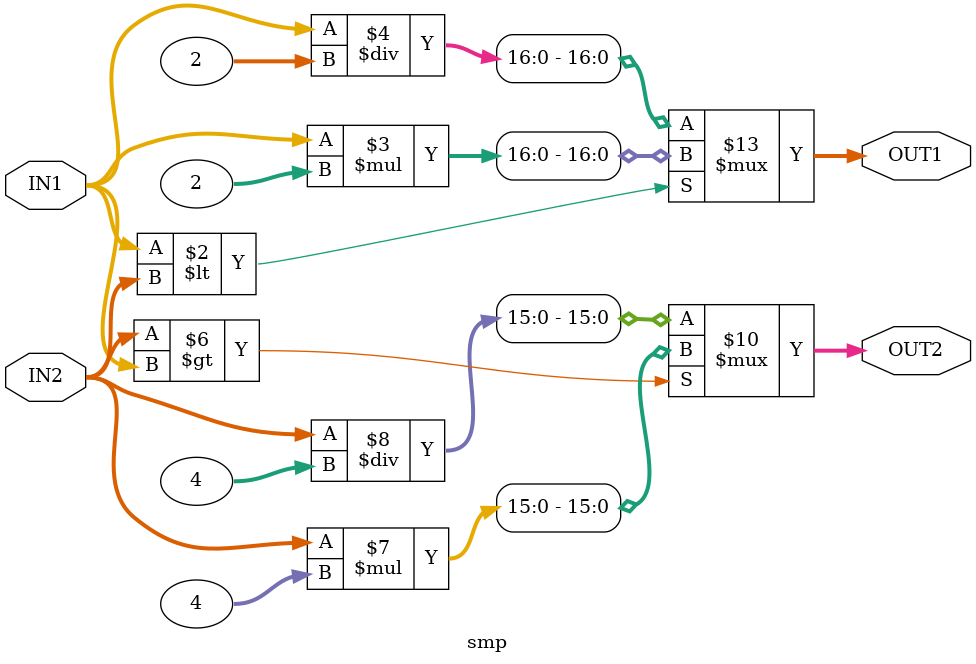
<source format=v>
module smp(IN1, IN2, OUT1, OUT2);
 input [16:0] IN1;
 input [15:0] IN2;
 output [16:0] OUT1;
 output [15:0] OUT2;
 reg [16:0] OUT1;
 reg [15:0] OUT2;
always @(IN1 or IN2)
   if(IN1 < IN2)
     OUT1 = IN1 * 2; //warning here if width argument is set to 16
   else
     OUT1 = IN1 / 2;
always @(IN1 or IN2)
   if(IN2 > IN1)
     OUT2 = IN2 * 4; //no warning here
   else
     OUT2 = IN2 / 4;
endmodule


</source>
